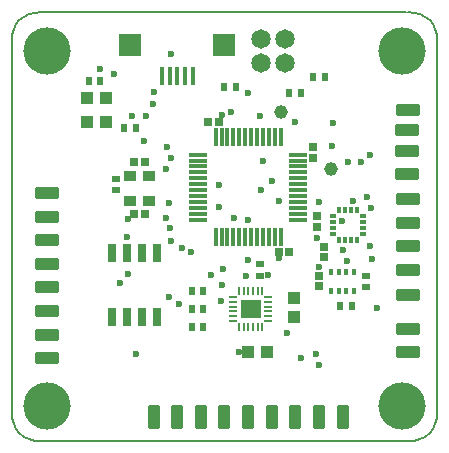
<source format=gbr>
G04 PROTEUS RS274X GERBER FILE*
%FSLAX45Y45*%
%MOMM*%
G01*
%ADD18C,0.600000*%
%AMPPAD048*
4,1,4,
-0.740000,0.150000,
0.740000,0.150000,
0.740000,-0.150000,
-0.740000,-0.150000,
-0.740000,0.150000,
0*%
%ADD54PPAD048*%
%AMPPAD049*
4,1,4,
-0.150000,0.740000,
0.150000,0.740000,
0.150000,-0.740000,
-0.150000,-0.740000,
-0.150000,0.740000,
0*%
%ADD55PPAD049*%
%AMPPAD050*
4,1,4,
-0.304800,-0.304800,
-0.304800,0.304800,
0.304800,0.304800,
0.304800,-0.304800,
-0.304800,-0.304800,
0*%
%ADD56PPAD050*%
%AMPPAD051*
4,1,4,
-0.304800,-0.279400,
-0.304800,0.279400,
0.304800,0.279400,
0.304800,-0.279400,
-0.304800,-0.279400,
0*%
%ADD57PPAD051*%
%AMPPAD052*
4,1,4,
-0.500000,-0.450000,
-0.500000,0.450000,
0.500000,0.450000,
0.500000,-0.450000,
-0.500000,-0.450000,
0*%
%ADD58PPAD052*%
%AMPPAD014*
4,1,19,
-0.100000,-0.380000,
-0.100000,0.280000,
-0.098010,0.300450,
-0.092290,0.319360,
-0.083190,0.336360,
-0.071090,0.351090,
-0.056360,0.363190,
-0.039360,0.372280,
-0.020450,0.378010,
0.000000,0.380000,
0.020450,0.378010,
0.039360,0.372280,
0.056360,0.363190,
0.071090,0.351090,
0.083190,0.336360,
0.092290,0.319360,
0.098010,0.300450,
0.100000,0.280000,
0.100000,-0.380000,
-0.100000,-0.380000,
0*%
%ADD22PPAD014*%
%AMPPAD015*
4,1,19,
0.380000,-0.100000,
-0.280000,-0.100000,
-0.300450,-0.098010,
-0.319360,-0.092280,
-0.336360,-0.083190,
-0.351090,-0.071090,
-0.363190,-0.056360,
-0.372290,-0.039360,
-0.378010,-0.020450,
-0.380000,0.000000,
-0.378010,0.020450,
-0.372290,0.039360,
-0.363190,0.056360,
-0.351090,0.071090,
-0.336360,0.083190,
-0.319360,0.092280,
-0.300450,0.098010,
-0.280000,0.100000,
0.380000,0.100000,
0.380000,-0.100000,
0*%
%ADD23PPAD015*%
%AMPPAD016*
4,1,19,
0.100000,0.380000,
0.100000,-0.280000,
0.098010,-0.300450,
0.092290,-0.319360,
0.083190,-0.336360,
0.071090,-0.351090,
0.056360,-0.363190,
0.039360,-0.372280,
0.020450,-0.378010,
0.000000,-0.380000,
-0.020450,-0.378010,
-0.039360,-0.372280,
-0.056360,-0.363190,
-0.071090,-0.351090,
-0.083190,-0.336360,
-0.092290,-0.319360,
-0.098010,-0.300450,
-0.100000,-0.280000,
-0.100000,0.380000,
0.100000,0.380000,
0*%
%ADD24PPAD016*%
%AMPPAD017*
4,1,19,
-0.380000,0.100000,
0.280000,0.100000,
0.300450,0.098010,
0.319360,0.092280,
0.336360,0.083190,
0.351090,0.071090,
0.363190,0.056360,
0.372290,0.039360,
0.378010,0.020450,
0.380000,0.000000,
0.378010,-0.020450,
0.372290,-0.039360,
0.363190,-0.056360,
0.351090,-0.071090,
0.336360,-0.083190,
0.319360,-0.092280,
0.300450,-0.098010,
0.280000,-0.100000,
-0.380000,-0.100000,
-0.380000,0.100000,
0*%
%ADD25PPAD017*%
%AMPPAD053*
4,1,4,
-0.875000,-0.795000,
-0.875000,0.795000,
0.875000,0.795000,
0.875000,-0.795000,
-0.875000,-0.795000,
0*%
%ADD59PPAD053*%
%AMPPAD054*
4,1,4,
0.469900,-0.495300,
-0.469900,-0.495300,
-0.469900,0.495300,
0.469900,0.495300,
0.469900,-0.495300,
0*%
%ADD60PPAD054*%
%AMPPAD055*
4,1,4,
-0.279400,0.304800,
0.279400,0.304800,
0.279400,-0.304800,
-0.279400,-0.304800,
-0.279400,0.304800,
0*%
%ADD61PPAD055*%
%AMPPAD056*
4,1,4,
-0.495300,-0.469900,
-0.495300,0.469900,
0.495300,0.469900,
0.495300,-0.469900,
-0.495300,-0.469900,
0*%
%ADD62PPAD056*%
%AMPPAD057*
4,1,4,
0.200000,-0.750000,
-0.200000,-0.750000,
-0.200000,0.750000,
0.200000,0.750000,
0.200000,-0.750000,
0*%
%ADD63PPAD057*%
%AMPPAD058*
4,1,4,
0.900000,-0.950000,
-0.900000,-0.950000,
-0.900000,0.950000,
0.900000,0.950000,
0.900000,-0.950000,
0*%
%ADD64PPAD058*%
%ADD30C,4.000000*%
%AMPPAD059*
4,1,4,
-0.175000,-0.250000,
-0.175000,0.250000,
0.175000,0.250000,
0.175000,-0.250000,
-0.175000,-0.250000,
0*%
%ADD65PPAD059*%
%AMPPAD026*
4,1,36,
-0.279400,1.016000,
0.279400,1.016000,
0.326140,1.011450,
0.369360,0.998360,
0.408240,0.977570,
0.441920,0.949920,
0.469570,0.916240,
0.490360,0.877360,
0.503450,0.834140,
0.508000,0.787400,
0.508000,-0.787400,
0.503450,-0.834140,
0.490360,-0.877360,
0.469570,-0.916240,
0.441920,-0.949920,
0.408240,-0.977570,
0.369360,-0.998360,
0.326140,-1.011450,
0.279400,-1.016000,
-0.279400,-1.016000,
-0.326140,-1.011450,
-0.369360,-0.998360,
-0.408240,-0.977570,
-0.441920,-0.949920,
-0.469570,-0.916240,
-0.490360,-0.877360,
-0.503450,-0.834140,
-0.508000,-0.787400,
-0.508000,0.787400,
-0.503450,0.834140,
-0.490360,0.877360,
-0.469570,0.916240,
-0.441920,0.949920,
-0.408240,0.977570,
-0.369360,0.998360,
-0.326140,1.011450,
-0.279400,1.016000,
0*%
%ADD32PPAD026*%
%AMPPAD027*
4,1,36,
1.016000,0.279400,
1.016000,-0.279400,
1.011450,-0.326140,
0.998360,-0.369360,
0.977570,-0.408240,
0.949920,-0.441920,
0.916240,-0.469570,
0.877360,-0.490360,
0.834140,-0.503450,
0.787400,-0.508000,
-0.787400,-0.508000,
-0.834140,-0.503450,
-0.877360,-0.490360,
-0.916240,-0.469570,
-0.949920,-0.441920,
-0.977570,-0.408240,
-0.998360,-0.369360,
-1.011450,-0.326140,
-1.016000,-0.279400,
-1.016000,0.279400,
-1.011450,0.326140,
-0.998360,0.369360,
-0.977570,0.408240,
-0.949920,0.441920,
-0.916240,0.469570,
-0.877360,0.490360,
-0.834140,0.503450,
-0.787400,0.508000,
0.787400,0.508000,
0.834140,0.503450,
0.877360,0.490360,
0.916240,0.469570,
0.949920,0.441920,
0.977570,0.408240,
0.998360,0.369360,
1.011450,0.326140,
1.016000,0.279400,
0*%
%ADD33PPAD027*%
%AMPPAD060*
4,1,4,
0.350000,0.760000,
0.350000,-0.760000,
-0.350000,-0.760000,
-0.350000,0.760000,
0.350000,0.760000,
0*%
%ADD66PPAD060*%
%AMPPAD061*
4,1,4,
0.225000,-0.150000,
-0.225000,-0.150000,
-0.225000,0.150000,
0.225000,0.150000,
0.225000,-0.150000,
0*%
%ADD67PPAD061*%
%AMPPAD062*
4,1,4,
0.150000,-0.225000,
-0.150000,-0.225000,
-0.150000,0.225000,
0.150000,0.225000,
0.150000,-0.225000,
0*%
%ADD68PPAD062*%
%ADD69C,1.155880*%
%ADD74C,1.651000*%
%ADD13C,0.203200*%
D18*
X+1900823Y+1898135D03*
X+902641Y+2655444D03*
X+893163Y+2553261D03*
X+1685628Y+1095824D03*
X+563009Y+2806884D03*
X+1806531Y+1819189D03*
X+1030239Y+1713743D03*
X+1007892Y+2002799D03*
X+1050823Y+2098135D03*
X+2422271Y+2387202D03*
X+2543326Y+2057053D03*
X+2414347Y+2200031D03*
X+1390441Y+1100919D03*
X+1322057Y+819241D03*
X+2033474Y+609913D03*
X+721411Y+2452511D03*
X+1621790Y+450272D03*
X+2505288Y+1312153D03*
X+2280000Y+1420000D03*
X+835623Y+2452976D03*
X+1703926Y+1567791D03*
X+750823Y+438135D03*
X+2300000Y+340000D03*
X+1470000Y+880000D03*
X+1490823Y+1158135D03*
X+1800823Y+2448135D03*
X+1700823Y+2648135D03*
X+2730000Y+2120000D03*
X+2795375Y+822687D03*
X+1963312Y+1247819D03*
X+1560000Y+2480000D03*
X+450000Y+2850000D03*
X+1482934Y+2457686D03*
X+2498776Y+1556793D03*
X+1047080Y+2974179D03*
X+1012219Y+2191131D03*
X+821510Y+2237448D03*
X+2300000Y+1720000D03*
X+684976Y+1573884D03*
X+1870000Y+1100000D03*
X+2092523Y+905535D03*
X+2304027Y+1175239D03*
X+1454903Y+1869124D03*
X+1699805Y+1227114D03*
X+1825798Y+2071445D03*
X+1030000Y+920000D03*
X+1117727Y+855682D03*
X+1050000Y+1390000D03*
X+1036410Y+1504020D03*
X+1002548Y+1587452D03*
X+1582900Y+1583307D03*
X+1220000Y+1300000D03*
X+620000Y+1040000D03*
X+1453641Y+1681342D03*
X+1140000Y+1330000D03*
X+680000Y+1110000D03*
X+1480000Y+1020000D03*
X+1317823Y+664235D03*
X+1960000Y+1730000D03*
X+2660000Y+2060000D03*
X+2590000Y+1730000D03*
X+2710000Y+1760000D03*
X+2100823Y+2398135D03*
X+2271346Y+436956D03*
X+2748165Y+1236247D03*
X+2540047Y+1225819D03*
X+2150823Y+400000D03*
X+2730000Y+1350000D03*
X+2744740Y+1667174D03*
X+674332Y+1429095D03*
D54*
X+1276823Y+2123135D03*
X+1276823Y+2073135D03*
X+1276823Y+2023135D03*
X+1276823Y+1973135D03*
X+1276823Y+1923135D03*
X+1276823Y+1873135D03*
X+1276823Y+1823135D03*
X+1276823Y+1773135D03*
X+1276823Y+1723135D03*
X+1276823Y+1673135D03*
X+1276823Y+1623135D03*
X+1276823Y+1573135D03*
D55*
X+1425823Y+1424135D03*
X+1475823Y+1424135D03*
X+1525823Y+1424135D03*
X+1575823Y+1424135D03*
X+1625823Y+1424135D03*
X+1675823Y+1424135D03*
X+1725823Y+1424135D03*
X+1775823Y+1424135D03*
X+1825823Y+1424135D03*
X+1875823Y+1424135D03*
X+1925823Y+1424135D03*
X+1975823Y+1424135D03*
D54*
X+2124823Y+1573135D03*
X+2124823Y+1623135D03*
X+2124823Y+1673135D03*
X+2124823Y+1723135D03*
X+2124823Y+1773135D03*
X+2124823Y+1823135D03*
X+2124823Y+1873135D03*
X+2124823Y+1923135D03*
X+2124823Y+1973135D03*
X+2124823Y+2023135D03*
X+2124823Y+2073135D03*
X+2124823Y+2123135D03*
D55*
X+1975823Y+2272135D03*
X+1925823Y+2272135D03*
X+1875823Y+2272135D03*
X+1825823Y+2272135D03*
X+1775823Y+2272135D03*
X+1725823Y+2272135D03*
X+1675823Y+2272135D03*
X+1625823Y+2272135D03*
X+1575823Y+2272135D03*
X+1525823Y+2272135D03*
X+1475823Y+2272135D03*
X+1425823Y+2272135D03*
D56*
X+733623Y+2061235D03*
X+823623Y+2061235D03*
X+823623Y+1616735D03*
X+733623Y+1616735D03*
D57*
X+581223Y+1819935D03*
X+581223Y+1919935D03*
D58*
X+860423Y+1729935D03*
X+860423Y+1945935D03*
X+704423Y+1945935D03*
X+704423Y+1729935D03*
D56*
X+1360823Y+2398135D03*
X+1450823Y+2398135D03*
X+2250822Y+2188135D03*
X+2250823Y+2098135D03*
X+1960823Y+1298135D03*
X+2050823Y+1298135D03*
D22*
X+1622569Y+666777D03*
X+1662569Y+666777D03*
X+1702569Y+666777D03*
X+1742569Y+666777D03*
X+1782569Y+666777D03*
X+1822569Y+666777D03*
D23*
X+1872569Y+716777D03*
X+1872569Y+756777D03*
X+1872569Y+796777D03*
X+1872569Y+836777D03*
X+1872569Y+876777D03*
X+1872569Y+916777D03*
D24*
X+1822569Y+966777D03*
X+1782569Y+966777D03*
X+1742569Y+966777D03*
X+1702569Y+966777D03*
X+1662569Y+966777D03*
X+1622569Y+966777D03*
D25*
X+1572569Y+916777D03*
X+1572569Y+876777D03*
X+1572569Y+836777D03*
X+1572569Y+796777D03*
X+1572569Y+756777D03*
X+1572569Y+716777D03*
D59*
X+1722569Y+816777D03*
D60*
X+1863348Y+452409D03*
X+1703348Y+452409D03*
D61*
X+1222569Y+666777D03*
X+1322569Y+666777D03*
X+1222569Y+816777D03*
X+1322569Y+816777D03*
X+1222569Y+966777D03*
X+1322569Y+966777D03*
D62*
X+2092523Y+745535D03*
X+2092523Y+905535D03*
D63*
X+1230823Y+2788135D03*
X+1165823Y+2788135D03*
X+1100823Y+2788135D03*
X+1035823Y+2788135D03*
X+970823Y+2788135D03*
D64*
X+1500823Y+3048135D03*
X+700823Y+3048135D03*
D30*
X+823Y-1865D03*
X+823Y+2998135D03*
X+3000823Y+2998135D03*
X+3000823Y-1865D03*
D61*
X+1600823Y+2698135D03*
X+1500823Y+2698135D03*
D57*
X+1800823Y+1198135D03*
X+1800823Y+1098135D03*
D61*
X+2350823Y+2778135D03*
X+2250823Y+2778135D03*
X+2150823Y+2648135D03*
X+2050823Y+2648135D03*
D65*
X+2402823Y+1128135D03*
X+2468823Y+1128135D03*
X+2532823Y+1128135D03*
X+2598823Y+1128135D03*
X+2598823Y+968135D03*
X+2532823Y+968135D03*
X+2468823Y+968135D03*
X+2402823Y+968135D03*
D57*
X+2700823Y+998135D03*
X+2700823Y+1098135D03*
D61*
X+2580000Y+840000D03*
X+2480000Y+840000D03*
D56*
X+2300823Y+1098135D03*
X+2300823Y+1008135D03*
D32*
X+1500823Y-101865D03*
X+1700823Y-101865D03*
X+1900823Y-101865D03*
X+2100823Y-101865D03*
X+2300823Y-101865D03*
X+2500823Y-101865D03*
D33*
X+823Y+798135D03*
X+823Y+598135D03*
X+823Y+398135D03*
X+823Y+1398135D03*
X+823Y+1198135D03*
X+823Y+998135D03*
X+823Y+1798135D03*
X+823Y+1598135D03*
D66*
X+927823Y+1290135D03*
X+800823Y+1290135D03*
X+673823Y+1290135D03*
X+546823Y+1290135D03*
X+546823Y+748135D03*
X+673823Y+748135D03*
X+800823Y+748135D03*
X+927823Y+748135D03*
D67*
X+2673000Y+1453000D03*
X+2673000Y+1503000D03*
X+2673000Y+1553000D03*
X+2673000Y+1603000D03*
D68*
X+2620000Y+1656000D03*
X+2570000Y+1656000D03*
X+2520000Y+1656000D03*
X+2470000Y+1656000D03*
D67*
X+2417000Y+1603000D03*
X+2417000Y+1553000D03*
X+2417000Y+1503000D03*
X+2417000Y+1453000D03*
D68*
X+2470000Y+1400000D03*
X+2520000Y+1400000D03*
X+2570000Y+1400000D03*
X+2620000Y+1400000D03*
D56*
X+2280000Y+1600000D03*
X+2280000Y+1510000D03*
X+2346360Y+1253672D03*
X+2346360Y+1343672D03*
D33*
X+3050000Y+2150000D03*
X+3050000Y+2330000D03*
X+3050823Y+2498135D03*
X+3050823Y+448135D03*
X+3050823Y+648135D03*
D60*
X+500823Y+2598135D03*
X+340823Y+2598135D03*
D61*
X+450823Y+2748135D03*
X+350823Y+2748135D03*
D60*
X+500823Y+2398135D03*
X+340823Y+2398135D03*
D61*
X+650823Y+2348135D03*
X+750823Y+2348135D03*
D33*
X+3050823Y+1148135D03*
X+3050823Y+1348135D03*
X+3050823Y+1548135D03*
X+3050823Y+1748135D03*
D32*
X+1300823Y-101865D03*
X+1100823Y-101865D03*
D69*
X+2400823Y+1998135D03*
D32*
X+900823Y-101865D03*
D33*
X+3050000Y+1960000D03*
X+3050823Y+938135D03*
D69*
X+1980000Y+2480000D03*
D74*
X+2010000Y+2900000D03*
X+1810000Y+2900000D03*
X+2010000Y+3100000D03*
X+1810000Y+3100000D03*
D13*
X-299177Y+3078135D02*
X-295100Y+3135532D01*
X-282966Y+3185752D01*
X-262922Y+3228648D01*
X-235114Y+3264072D01*
X-199689Y+3291880D01*
X-156794Y+3311924D01*
X-106574Y+3324058D01*
X-49177Y+3328135D01*
X+3050823Y+3328135D02*
X+3108220Y+3324058D01*
X+3158440Y+3311924D01*
X+3201335Y+3291880D01*
X+3236760Y+3264072D01*
X+3264568Y+3228648D01*
X+3284612Y+3185752D01*
X+3296746Y+3135532D01*
X+3300823Y+3078135D01*
X+3300823Y-51865D02*
X+3296746Y-109262D01*
X+3284612Y-159482D01*
X+3264568Y-202378D01*
X+3236760Y-237802D01*
X+3201335Y-265610D01*
X+3158440Y-285654D01*
X+3108220Y-297788D01*
X+3050823Y-301865D01*
X-49177Y-301865D02*
X-106574Y-297788D01*
X-156794Y-285654D01*
X-199689Y-265610D01*
X-235114Y-237802D01*
X-262922Y-202378D01*
X-282966Y-159482D01*
X-295100Y-109262D01*
X-299177Y-51865D01*
X-49177Y-301865D02*
X+3050823Y-301865D01*
X-299177Y-51865D02*
X-299177Y+3098135D01*
X-59177Y+3328135D02*
X+3040823Y+3328135D01*
X+3300823Y+3098135D02*
X+3300823Y-51865D01*
M02*

</source>
